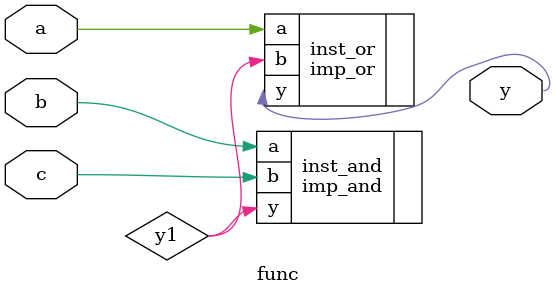
<source format=v>
module func(a,b,c,y);
input a,b,c;
output y;

wire y1;

imp_and inst_and(.a(b),.b(c),.y(y1));
imp_or inst_or(.a(a),.b(y1),.y(y));

endmodule
</source>
